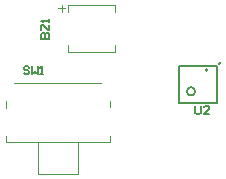
<source format=gto>
G04*
G04 #@! TF.GenerationSoftware,Altium Limited,Altium Designer,22.3.1 (43)*
G04*
G04 Layer_Color=65535*
%FSLAX44Y44*%
%MOMM*%
G71*
G04*
G04 #@! TF.SameCoordinates,9A4E0D1D-998E-4EB0-AC3D-6FCEA9C2E133*
G04*
G04*
G04 #@! TF.FilePolarity,Positive*
G04*
G01*
G75*
%ADD10C,0.2500*%
%ADD11C,0.1500*%
%ADD12C,0.1000*%
D10*
X197620Y75870D02*
G03*
X197620Y75870I-500J0D01*
G01*
D11*
X176870Y52120D02*
G03*
X176870Y52120I-3500J0D01*
G01*
X187120Y70120D02*
G03*
X187120Y70120I-750J0D01*
G01*
X163620Y73870D02*
X195120D01*
Y42370D02*
Y73870D01*
X163620Y42370D02*
X195120D01*
X163620D02*
Y73870D01*
X176968Y39679D02*
Y33847D01*
X178135Y32681D01*
X180467D01*
X181634Y33847D01*
Y39679D01*
X188631Y32681D02*
X183966D01*
X188631Y37346D01*
Y38513D01*
X187465Y39679D01*
X185133D01*
X183966Y38513D01*
X36501Y72333D02*
X35335Y73499D01*
X33002D01*
X31836Y72333D01*
Y71166D01*
X33002Y70000D01*
X35335D01*
X36501Y68834D01*
Y67667D01*
X35335Y66501D01*
X33002D01*
X31836Y67667D01*
X38834Y73499D02*
Y66501D01*
X41166Y68834D01*
X43499Y66501D01*
Y73499D01*
X45831Y66501D02*
X48164D01*
X46998D01*
Y73499D01*
X45831Y72333D01*
X46501Y96836D02*
X53499D01*
Y100335D01*
X52333Y101501D01*
X51166D01*
X50000Y100335D01*
Y96836D01*
Y100335D01*
X48834Y101501D01*
X47667D01*
X46501Y100335D01*
Y96836D01*
Y103834D02*
Y108499D01*
X47667D01*
X52333Y103834D01*
X53499D01*
Y108499D01*
Y110831D02*
Y113164D01*
Y111998D01*
X46501D01*
X47667Y110831D01*
D12*
X64000Y119500D02*
Y125500D01*
X61000Y122500D02*
X67000D01*
X69000Y119500D02*
Y125500D01*
X109000D01*
Y119500D02*
Y125500D01*
Y85500D02*
Y91500D01*
X69000Y85500D02*
X109000D01*
X69000D02*
Y91500D01*
X23730Y59050D02*
X97230D01*
X104730Y38550D02*
Y43550D01*
Y9050D02*
Y14050D01*
X16730Y9050D02*
X104730D01*
X16730D02*
Y14050D01*
Y38050D02*
Y44050D01*
X43730Y-17950D02*
Y8550D01*
Y-17950D02*
X77730D01*
Y9050D01*
M02*

</source>
